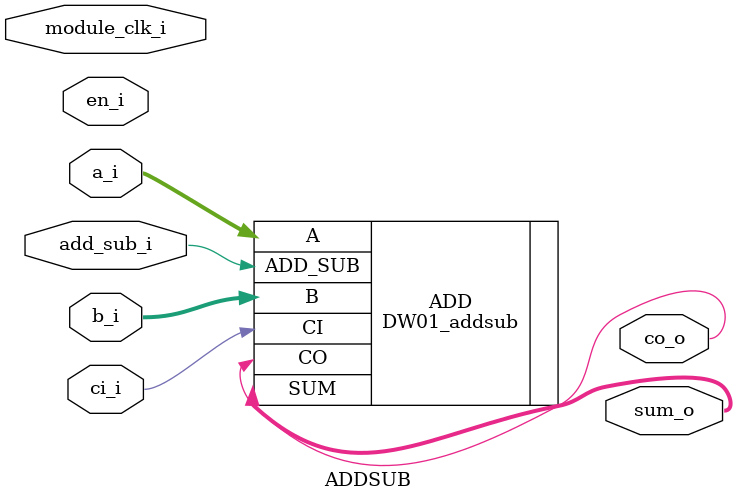
<source format=sv>
/*
###########################################
# Title:  ADDSUB.sv
# Author: Michal Gorywoda
# Date:   29.02.2024
###########################################
*/
module ADDSUB #(
    parameter DATA_WIDTH = 32
)(
    input                       module_clk_i,
    input                       en_i,
    input [DATA_WIDTH-1:0]      a_i,
    input [DATA_WIDTH-1:0]      b_i,
    input                       ci_i,
    input                       add_sub_i,
    output [DATA_WIDTH-1:0]     sum_o,
    output                      co_o
);

logic clk_gated;

CKLNQD12 ADDSUB_GATE(
    .TE(en_i),
    .E(en_i),
    .CP(module_clk_i),
    .Q(clk_gated)
);

DW01_addsub #(
    .width(DATA_WIDTH)
)   ADD ( 
    .A(a_i), 
    .B(b_i), 
    .CI(ci_i), 
    .ADD_SUB(add_sub_i),
    .SUM(sum_o), 
    .CO(co_o) 
    );

endmodule
</source>
